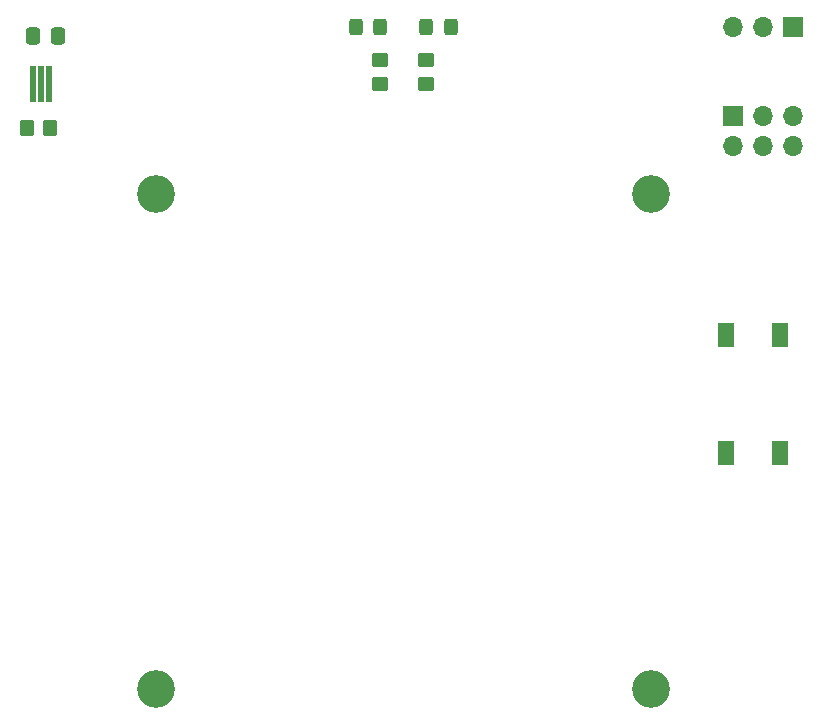
<source format=gbr>
%TF.GenerationSoftware,KiCad,Pcbnew,8.0.1*%
%TF.CreationDate,2024-04-05T16:27:53-06:00*%
%TF.ProjectId,weather_station_pico,77656174-6865-4725-9f73-746174696f6e,rev?*%
%TF.SameCoordinates,Original*%
%TF.FileFunction,Soldermask,Top*%
%TF.FilePolarity,Negative*%
%FSLAX46Y46*%
G04 Gerber Fmt 4.6, Leading zero omitted, Abs format (unit mm)*
G04 Created by KiCad (PCBNEW 8.0.1) date 2024-04-05 16:27:53*
%MOMM*%
%LPD*%
G01*
G04 APERTURE LIST*
G04 Aperture macros list*
%AMRoundRect*
0 Rectangle with rounded corners*
0 $1 Rounding radius*
0 $2 $3 $4 $5 $6 $7 $8 $9 X,Y pos of 4 corners*
0 Add a 4 corners polygon primitive as box body*
4,1,4,$2,$3,$4,$5,$6,$7,$8,$9,$2,$3,0*
0 Add four circle primitives for the rounded corners*
1,1,$1+$1,$2,$3*
1,1,$1+$1,$4,$5*
1,1,$1+$1,$6,$7*
1,1,$1+$1,$8,$9*
0 Add four rect primitives between the rounded corners*
20,1,$1+$1,$2,$3,$4,$5,0*
20,1,$1+$1,$4,$5,$6,$7,0*
20,1,$1+$1,$6,$7,$8,$9,0*
20,1,$1+$1,$8,$9,$2,$3,0*%
G04 Aperture macros list end*
%ADD10R,1.397000X2.108200*%
%ADD11RoundRect,0.250000X0.325000X0.450000X-0.325000X0.450000X-0.325000X-0.450000X0.325000X-0.450000X0*%
%ADD12RoundRect,0.250000X-0.350000X-0.450000X0.350000X-0.450000X0.350000X0.450000X-0.350000X0.450000X0*%
%ADD13RoundRect,0.250000X-0.337500X-0.475000X0.337500X-0.475000X0.337500X0.475000X-0.337500X0.475000X0*%
%ADD14C,3.200000*%
%ADD15RoundRect,0.041920X-0.220080X0.680080X-0.220080X-0.680080X0.220080X-0.680080X0.220080X0.680080X0*%
%ADD16R,1.700000X1.700000*%
%ADD17O,1.700000X1.700000*%
%ADD18RoundRect,0.250000X-0.325000X-0.450000X0.325000X-0.450000X0.325000X0.450000X-0.325000X0.450000X0*%
%ADD19RoundRect,0.250000X0.450000X-0.350000X0.450000X0.350000X-0.450000X0.350000X-0.450000X-0.350000X0*%
G04 APERTURE END LIST*
D10*
%TO.C,SW1*%
X174794999Y-107950000D03*
X174794999Y-97950000D03*
X179295001Y-107950000D03*
X179295001Y-97950000D03*
%TD*%
D11*
%TO.C,D2*%
X145495000Y-71900000D03*
X143445000Y-71900000D03*
%TD*%
D12*
%TO.C,R11*%
X115545000Y-80450000D03*
X117545000Y-80450000D03*
%TD*%
D13*
%TO.C,C4*%
X116107500Y-72650000D03*
X118182500Y-72650000D03*
%TD*%
D14*
%TO.C,H3*%
X126535000Y-85990000D03*
%TD*%
%TO.C,H4*%
X168445000Y-85990000D03*
%TD*%
D15*
%TO.C,U3*%
X117395000Y-75955000D03*
X116745000Y-75955000D03*
X116095000Y-75955000D03*
X116095000Y-77445000D03*
X116745000Y-77445000D03*
X117395000Y-77445000D03*
%TD*%
D14*
%TO.C,H1*%
X126535000Y-127900000D03*
%TD*%
D16*
%TO.C,J10*%
X175365000Y-79360000D03*
D17*
X175365000Y-81900000D03*
X177905000Y-79360000D03*
X177905000Y-81900000D03*
X180445000Y-79360000D03*
X180445000Y-81900000D03*
%TD*%
D18*
%TO.C,D1*%
X149395000Y-71900000D03*
X151445000Y-71900000D03*
%TD*%
D19*
%TO.C,R6*%
X145495000Y-76700000D03*
X145495000Y-74700000D03*
%TD*%
D14*
%TO.C,H2*%
X168445000Y-127900000D03*
%TD*%
D19*
%TO.C,R5*%
X149395000Y-76700000D03*
X149395000Y-74700000D03*
%TD*%
D16*
%TO.C,J1*%
X180445000Y-71900000D03*
D17*
X177905000Y-71900000D03*
X175365000Y-71900000D03*
%TD*%
M02*

</source>
